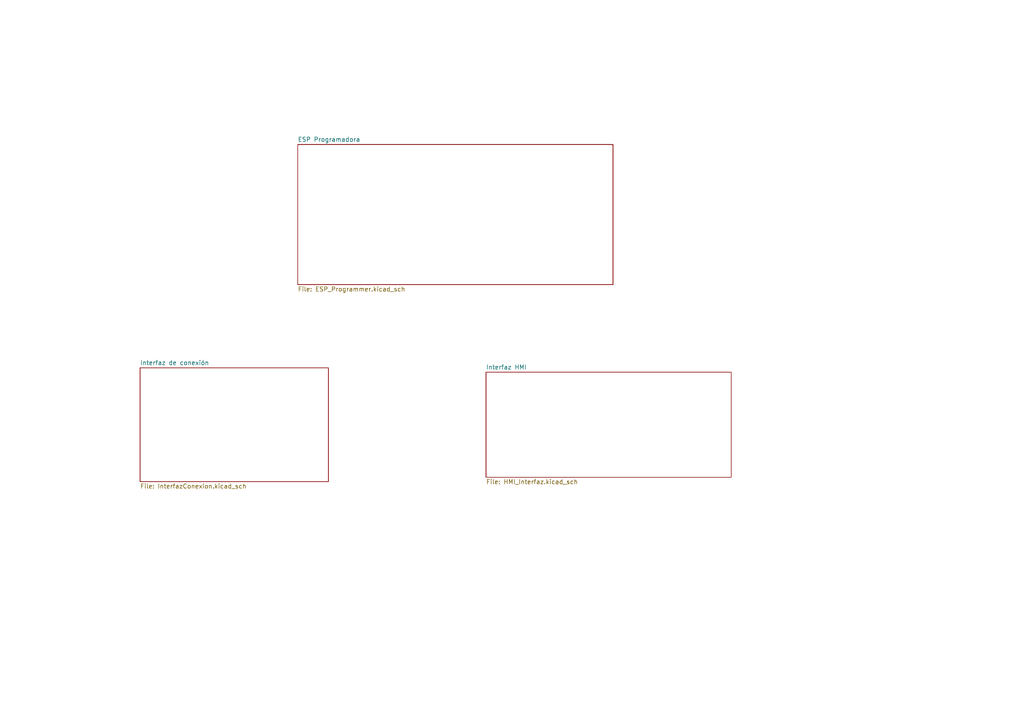
<source format=kicad_sch>
(kicad_sch
	(version 20250114)
	(generator "eeschema")
	(generator_version "9.0")
	(uuid "e60c11d9-ab9e-4760-a4a7-008fcec65a72")
	(paper "A4")
	(lib_symbols)
	(sheet
		(at 140.97 107.95)
		(size 71.12 30.48)
		(exclude_from_sim no)
		(in_bom yes)
		(on_board yes)
		(dnp no)
		(fields_autoplaced yes)
		(stroke
			(width 0.1524)
			(type solid)
		)
		(fill
			(color 0 0 0 0.0000)
		)
		(uuid "a1acc572-d1ac-4446-af25-063a17ee1a88")
		(property "Sheetname" "Interfaz HMI"
			(at 140.97 107.2384 0)
			(effects
				(font
					(size 1.27 1.27)
				)
				(justify left bottom)
			)
		)
		(property "Sheetfile" "HMI_Interfaz.kicad_sch"
			(at 140.97 139.0146 0)
			(effects
				(font
					(size 1.27 1.27)
				)
				(justify left top)
			)
		)
		(instances
			(project "PCB_Integradora"
				(path "/e60c11d9-ab9e-4760-a4a7-008fcec65a72"
					(page "3")
				)
			)
		)
	)
	(sheet
		(at 86.36 41.91)
		(size 91.44 40.64)
		(exclude_from_sim no)
		(in_bom yes)
		(on_board yes)
		(dnp no)
		(fields_autoplaced yes)
		(stroke
			(width 0.1524)
			(type solid)
		)
		(fill
			(color 0 0 0 0.0000)
		)
		(uuid "d79edd3c-1f20-406b-89b4-00dca4dd68af")
		(property "Sheetname" "ESP Programadora"
			(at 86.36 41.1984 0)
			(effects
				(font
					(size 1.27 1.27)
				)
				(justify left bottom)
			)
		)
		(property "Sheetfile" "ESP_Programmer.kicad_sch"
			(at 86.36 83.1346 0)
			(effects
				(font
					(size 1.27 1.27)
				)
				(justify left top)
			)
		)
		(instances
			(project "PCB_Integradora"
				(path "/e60c11d9-ab9e-4760-a4a7-008fcec65a72"
					(page "4")
				)
			)
		)
	)
	(sheet
		(at 40.64 106.68)
		(size 54.61 33.02)
		(exclude_from_sim no)
		(in_bom yes)
		(on_board yes)
		(dnp no)
		(fields_autoplaced yes)
		(stroke
			(width 0.1524)
			(type solid)
		)
		(fill
			(color 0 0 0 0.0000)
		)
		(uuid "fc30a5fb-ff38-4397-8c78-21712589d910")
		(property "Sheetname" "Interfaz de conexión"
			(at 40.64 105.9684 0)
			(effects
				(font
					(size 1.27 1.27)
				)
				(justify left bottom)
			)
		)
		(property "Sheetfile" "InterfazConexion.kicad_sch"
			(at 40.64 140.2846 0)
			(effects
				(font
					(size 1.27 1.27)
				)
				(justify left top)
			)
		)
		(instances
			(project "PCB_Integradora"
				(path "/e60c11d9-ab9e-4760-a4a7-008fcec65a72"
					(page "19")
				)
			)
		)
	)
	(sheet_instances
		(path "/"
			(page "1")
		)
	)
	(embedded_fonts no)
)

</source>
